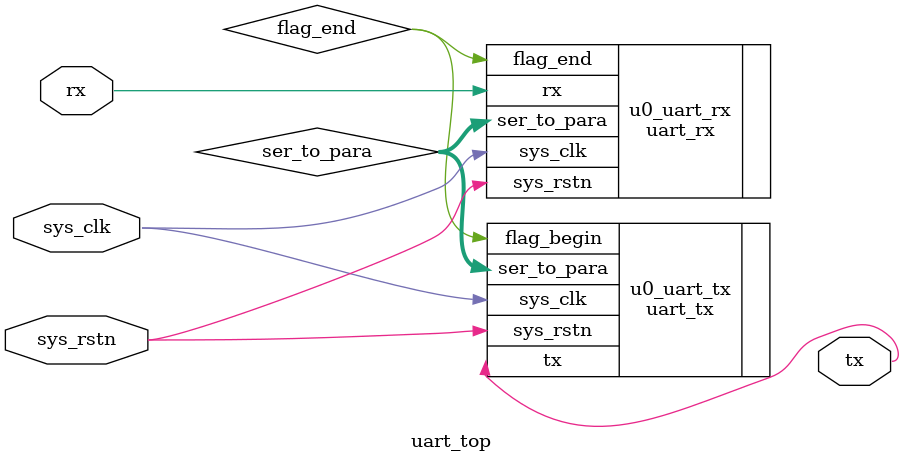
<source format=v>
module uart_top(
	 input		wire		sys_clk		,
	input		wire		sys_rstn	,
	input		wire		rx			,

	output		wire			tx
);
				wire		[7:0]	ser_to_para					;
				wire				flag_end					;

uart_rx
#(
			.UART_BAUD_RATE		('d9600)					,
			.CLK_FREQ			('d50_000_000)
)
u0_uart_rx(
			.sys_clk		(sys_clk)						,	
			.sys_rstn		(sys_rstn)						,
			.rx		 		(rx)   							,
			
			.ser_to_para	(ser_to_para)					,
			.flag_end		(flag_end)
);

uart_tx
#(
			.UART_BAUD_RATE		('d9600)					,
			.CLK_FREQ			('d50_000_000)
)
u0_uart_tx(
			.sys_clk		(sys_clk)							,	
			.sys_rstn		(sys_rstn)							,
		  	.flag_begin		(flag_end)					,
		  	.ser_to_para	(ser_to_para)					,	
		
		  	.tx				(tx)
);	

endmodule



</source>
